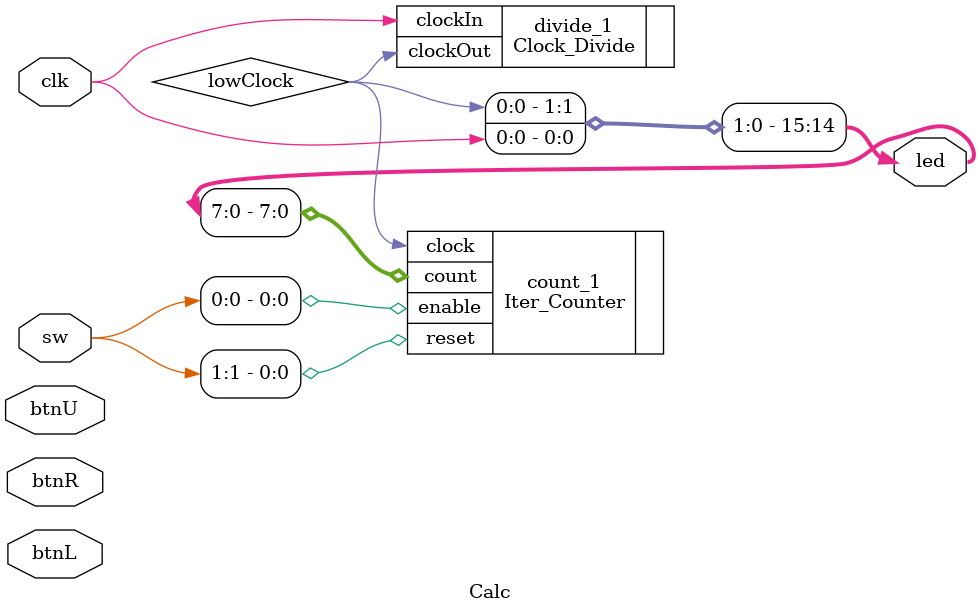
<source format=v>
`timescale 1ns / 1ps


module Calc(
    input clk,
    input [7:0] sw,
    //sw[3:0] is input 1
    //sw[8:4} is input 2
    output [15:0] led,
    input btnL,
    //btnL to add
    input btnR,
    //btnR to twos complement
    input btnU
    //btnU to multiply
    );
    //implementation ALU TEST
    /*
    wire [4:0] toLED_1;
    wire [4:0] toLED_2;
    wire [7:0] toLED_3;
    
    //instantiations
    Adder adder_1
        (
            .enable (btnL),
            .in1 (sw[3:0]),
            .in2 (sw[7:4]),
            .out (toLED_1)
        );
        
    ToTCmplmt ToTwos_1
        (
            .enable (btnR),
            .in (sw[3:0]),
            .out (toLED_2)
        );
        
    Multiplier multiplier_1
        (
        .enable (btnU),
        .in1 (sw[3:0]),
        .in2 (sw[7:4]),
        .out (toLED_3)
        );
        
    assign led = { (toLED_3[7:5]&{4{btnU}}), ((toLED_1&{5{btnL}}) | (toLED_2&{5{btnR}}) | (toLED_3[4:0]&{4{btnU}}))}; */
    
    // Implementation count TEST
    
    wire lowClock;
    assign led[15] = lowClock;
    assign led[14] = clk;
    
    Clock_Divide divide_1
        (
            .clockIn (clk),
            .clockOut (lowClock)
        );
        
    Iter_Counter count_1
        (
            .clock (lowClock),
            .enable (sw[0]),
            .reset (sw[1]),
            .count (led[7:0])
        );
            
        
            
            
endmodule

</source>
